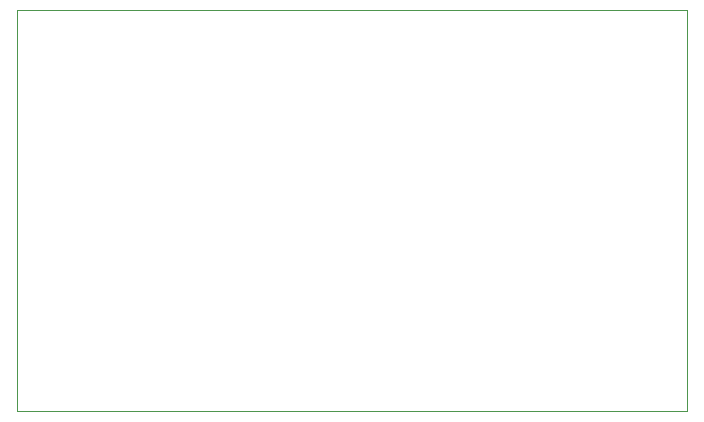
<source format=gbr>
%TF.GenerationSoftware,KiCad,Pcbnew,(6.0.6)*%
%TF.CreationDate,2022-08-01T20:58:33-04:00*%
%TF.ProjectId,piano_keypad,7069616e-6f5f-46b6-9579-7061642e6b69,rev?*%
%TF.SameCoordinates,Original*%
%TF.FileFunction,Profile,NP*%
%FSLAX46Y46*%
G04 Gerber Fmt 4.6, Leading zero omitted, Abs format (unit mm)*
G04 Created by KiCad (PCBNEW (6.0.6)) date 2022-08-01 20:58:33*
%MOMM*%
%LPD*%
G01*
G04 APERTURE LIST*
%TA.AperFunction,Profile*%
%ADD10C,0.100000*%
%TD*%
G04 APERTURE END LIST*
D10*
X113300000Y-37230000D02*
X56600000Y-37230000D01*
X56600000Y-37230000D02*
X56600000Y-71190000D01*
X56600000Y-71190000D02*
X113300000Y-71190000D01*
X113300000Y-71190000D02*
X113300000Y-37230000D01*
M02*

</source>
